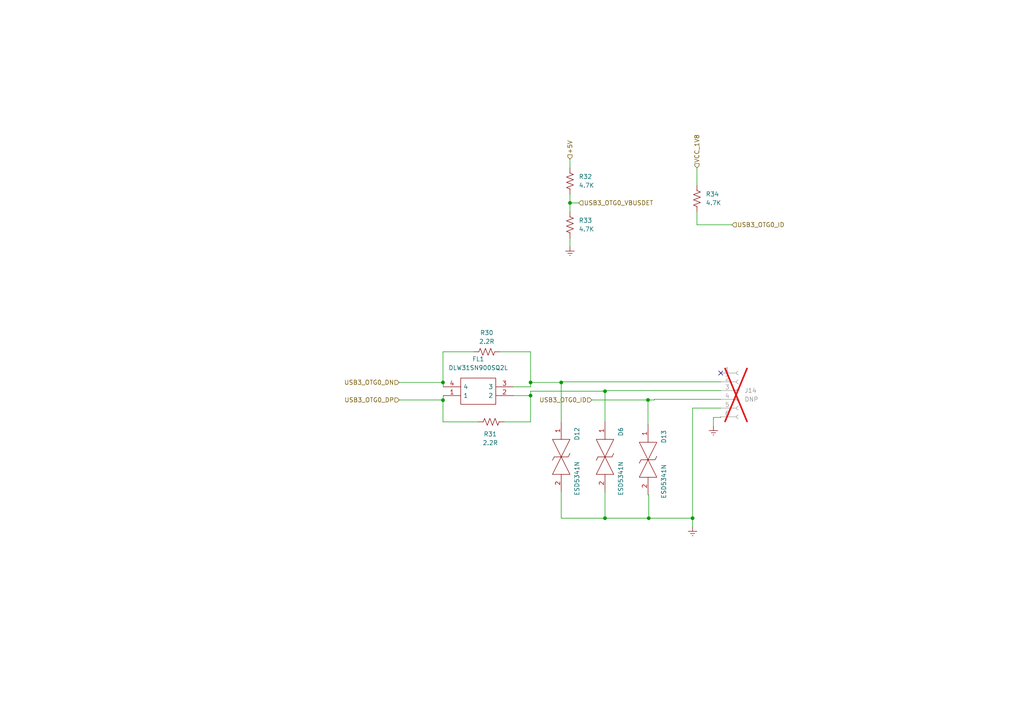
<source format=kicad_sch>
(kicad_sch (version 20230819) (generator eeschema)
  (paper "A4")
  (lib_symbols
    (symbol "Connector:Conn_01x06_Socket" (pin_names (offset 1.016) hide)
      (property "Reference" "J" (at 0 7.62 0))
      (property "Value" "Conn_01x06_Socket" (at 0 -10.16 0))
      (symbol "Conn_01x06_Socket_1_1"
        (arc (start 0 -7.112) (mid -0.5058 -7.62) (end 0 -8.128) (stroke (width 0.1524)))
        (arc (start 0 -4.572) (mid -0.5058 -5.08) (end 0 -5.588) (stroke (width 0.1524)))
        (arc (start 0 -2.032) (mid -0.5058 -2.54) (end 0 -3.048) (stroke (width 0.1524)))
        (polyline (pts (xy -1.27 -7.62) (xy -0.508 -7.62)) (stroke (width 0.1524)))
        (polyline (pts (xy -1.27 -5.08) (xy -0.508 -5.08)) (stroke (width 0.1524)))
        (polyline (pts (xy -1.27 -2.54) (xy -0.508 -2.54)) (stroke (width 0.1524)))
        (polyline (pts (xy -1.27 0) (xy -0.508 0)) (stroke (width 0.1524)))
        (polyline (pts (xy -1.27 2.54) (xy -0.508 2.54)) (stroke (width 0.1524)))
        (polyline (pts (xy -1.27 5.08) (xy -0.508 5.08)) (stroke (width 0.1524)))
        (arc (start 0 0.508) (mid -0.5058 0) (end 0 -0.508) (stroke (width 0.1524)))
        (arc (start 0 3.048) (mid -0.5058 2.54) (end 0 2.032) (stroke (width 0.1524)))
        (arc (start 0 5.588) (mid -0.5058 5.08) (end 0 4.572) (stroke (width 0.1524)))
        (pin passive line (at -5.08 5.08 0) (length 3.81) (name "Pin_1") (number "1"))
        (pin passive line (at -5.08 2.54 0) (length 3.81) (name "Pin_2") (number "2"))
        (pin passive line (at -5.08 0 0) (length 3.81) (name "Pin_3") (number "3"))
        (pin passive line (at -5.08 -2.54 0) (length 3.81) (name "Pin_4") (number "4"))
        (pin passive line (at -5.08 -5.08 0) (length 3.81) (name "Pin_5") (number "5"))
        (pin passive line (at -5.08 -7.62 0) (length 3.81) (name "Pin_6") (number "6"))
      )
    )
    (symbol "DLW31SN900SQ2L:DLW31SN900SQ2L" (pin_names (offset 0.762))
      (property "Reference" "FL" (at 16.51 7.62 0))
      (property "Value" "DLW31SN900SQ2L" (at 16.51 5.08 0))
      (symbol "DLW31SN900SQ2L_0_0"
        (pin passive line (at 0 -2.54 0) (length 5.08) (name "1") (number "1"))
        (pin passive line (at 20.32 -2.54 180) (length 5.08) (name "2") (number "2"))
        (pin passive line (at 20.32 0 180) (length 5.08) (name "3") (number "3"))
        (pin passive line (at 0 0 0) (length 5.08) (name "4") (number "4"))
      )
      (symbol "DLW31SN900SQ2L_0_1"
        (polyline (pts (xy 5.08 2.54) (xy 15.24 2.54) (xy 15.24 -5.08) (xy 5.08 -5.08) (xy 5.08 2.54)) (stroke (width 0.1524)))
      )
    )
    (symbol "Device:R_US" (pin_numbers hide) (pin_names (offset 0))
      (property "Reference" "R" (at 2.54 0 90))
      (property "Value" "R_US" (at -2.54 0 90))
      (symbol "R_US_0_1"
        (polyline (pts (xy 0 -2.286) (xy 0 -2.54)))
        (polyline (pts (xy 0 2.286) (xy 0 2.54)))
        (polyline (pts (xy 0 -0.762) (xy 1.016 -1.143) (xy 0 -1.524) (xy -1.016 -1.905) (xy 0 -2.286)))
        (polyline (pts (xy 0 0.762) (xy 1.016 0.381) (xy 0 0) (xy -1.016 -0.381) (xy 0 -0.762)))
        (polyline (pts (xy 0 2.286) (xy 1.016 1.905) (xy 0 1.524) (xy -1.016 1.143) (xy 0 0.762)))
      )
      (symbol "R_US_1_1"
        (pin passive line (at 0 3.81 270) (length 1.27) (name "~") (number "1"))
        (pin passive line (at 0 -3.81 90) (length 1.27) (name "~") (number "2"))
      )
    )
    (symbol "SP0402B-ULC-01ETG:SP0402B-ULC-01ETG" (pin_names (offset 0.762))
      (property "Reference" "D" (at 12.7 8.89 0))
      (property "Value" "SP0402B-ULC-01ETG" (at 12.7 6.35 0))
      (symbol "SP0402B-ULC-01ETG_0_0"
        (pin passive line (at 0 0 0) (length 5.08) (name "~") (number "1"))
        (pin passive line (at 20.32 0 180) (length 5.08) (name "~") (number "2"))
      )
      (symbol "SP0402B-ULC-01ETG_0_1"
        (polyline (pts (xy 9.144 2.54) (xy 10.16 2.032)) (stroke (width 0.1524)))
        (polyline (pts (xy 10.16 -2.032) (xy 10.16 2.032)) (stroke (width 0.1524)))
        (polyline (pts (xy 10.16 -2.032) (xy 11.176 -2.54)) (stroke (width 0.1524)))
        (polyline (pts (xy 10.16 0) (xy 5.08 -2.54) (xy 5.08 2.54) (xy 10.16 0)) (stroke (width 0.1524)))
        (polyline (pts (xy 10.16 0) (xy 15.24 -2.54) (xy 15.24 2.54) (xy 10.16 0)) (stroke (width 0.1524)))
      )
    )
    (symbol "power:Earth" (power) (pin_names (offset 0))
      (symbol "Earth_0_1"
        (polyline (pts (xy -0.635 -1.905) (xy 0.635 -1.905)))
        (polyline (pts (xy -0.127 -2.54) (xy 0.127 -2.54)))
        (polyline (pts (xy 0 -1.27) (xy 0 0)))
        (polyline (pts (xy 1.27 -1.27) (xy -1.27 -1.27)))
      )
      (symbol "Earth_1_1"
        (pin power_in line (at 0 0 270) (length 0) hide (name "Earth") (number "1"))
      )
    )
  )
  (junction (at 165.3132 58.8557))
  (junction (at 162.7732 110.9257))
  (junction (at 188.1675 150.2957))
  (junction (at 128.4832 110.9257))
  (junction (at 153.8832 114.7367))
  (junction (at 175.4732 150.2957))
  (junction (at 128.4832 116.0685))
  (junction (at 200.8732 150.2957))
  (junction (at 187.9431 116.0057))
  (junction (at 153.8832 110.9257))
  (junction (at 175.4732 113.4657))
  (no_connect (at 209.042 108.204))
  (wire (pts (xy 189.7619 115.824) (xy 209.042 115.824)))
  (wire (pts (xy 202.1432 65.2057) (xy 212.3032 65.2057)))
  (wire (pts (xy 175.4732 150.2957) (xy 188.1675 150.2957)))
  (wire (pts (xy 153.8832 122.3557) (xy 146.2632 122.3557)))
  (wire (pts (xy 128.5532 112.1967) (xy 128.5532 110.9257)))
  (wire (pts (xy 128.5532 110.9257) (xy 128.4832 110.9257)))
  (wire (pts (xy 187.9431 123.19) (xy 187.96 123.19)))
  (wire (pts (xy 128.5532 116.0685) (xy 128.4832 116.0685)))
  (wire (pts (xy 165.3132 56.3157) (xy 165.3132 58.8557)))
  (wire (pts (xy 128.5532 114.7367) (xy 128.5532 116.0685)))
  (wire (pts (xy 202.1432 48.6957) (xy 202.1432 53.7757)))
  (wire (pts (xy 162.7732 150.2957) (xy 175.4732 150.2957)))
  (wire (pts (xy 115.7832 116.0057) (xy 128.4832 116.0057)))
  (wire (pts (xy 188.1675 150.2957) (xy 188.1675 143.51)))
  (wire (pts (xy 162.7732 110.744) (xy 162.7732 110.9257)))
  (wire (pts (xy 162.7732 150.2957) (xy 162.7732 142.6757)))
  (wire (pts (xy 206.9135 121.0783) (xy 206.9135 123.6183)))
  (wire (pts (xy 162.7732 110.744) (xy 209.042 110.744)))
  (wire (pts (xy 175.4732 113.4657) (xy 175.4732 122.3557)))
  (wire (pts (xy 175.4732 113.4657) (xy 153.8832 113.4657)))
  (wire (pts (xy 153.8832 114.7367) (xy 153.8832 122.3557)))
  (wire (pts (xy 138.6432 122.3557) (xy 128.4832 122.3557)))
  (wire (pts (xy 128.4832 122.3557) (xy 128.4832 116.0685)))
  (wire (pts (xy 202.1432 61.3957) (xy 202.1432 65.2057)))
  (wire (pts (xy 137.3732 102.0357) (xy 128.4832 102.0357)))
  (wire (pts (xy 209.042 113.284) (xy 175.4732 113.284)))
  (wire (pts (xy 128.4832 102.0357) (xy 128.4832 110.9257)))
  (wire (pts (xy 162.7732 110.9257) (xy 162.7732 122.3557)))
  (wire (pts (xy 165.3132 69.0157) (xy 165.3132 71.5557)))
  (wire (pts (xy 128.4832 116.0685) (xy 128.4832 116.0057)))
  (wire (pts (xy 188.1675 143.51) (xy 187.96 143.51)))
  (wire (pts (xy 148.8732 112.1967) (xy 153.8832 112.1967)))
  (wire (pts (xy 209.042 121.0783) (xy 209.042 120.904)))
  (wire (pts (xy 200.8732 150.2957) (xy 200.8732 152.8357)))
  (wire (pts (xy 187.9431 116.0057) (xy 187.9431 123.19)))
  (wire (pts (xy 189.7619 116.0057) (xy 187.9431 116.0057)))
  (wire (pts (xy 175.4732 113.284) (xy 175.4732 113.4657)))
  (wire (pts (xy 144.9932 102.0357) (xy 153.8832 102.0357)))
  (wire (pts (xy 188.1675 150.2957) (xy 200.8732 150.2957)))
  (wire (pts (xy 165.3132 58.8557) (xy 165.3132 61.3957)))
  (wire (pts (xy 200.8732 118.364) (xy 200.8732 150.2957)))
  (wire (pts (xy 175.4732 150.2957) (xy 175.4732 142.6757)))
  (wire (pts (xy 167.8532 58.8557) (xy 165.3132 58.8557)))
  (wire (pts (xy 171.6632 116.0057) (xy 187.9431 116.0057)))
  (wire (pts (xy 148.8732 114.7367) (xy 153.8832 114.7367)))
  (wire (pts (xy 206.9135 121.0783) (xy 209.042 121.0783)))
  (wire (pts (xy 153.8832 112.1967) (xy 153.8832 110.9257)))
  (wire (pts (xy 153.8832 102.0357) (xy 153.8832 110.9257)))
  (wire (pts (xy 153.8832 113.4657) (xy 153.8832 114.7367)))
  (wire (pts (xy 153.8832 110.9257) (xy 162.7732 110.9257)))
  (wire (pts (xy 189.7619 115.824) (xy 189.7619 116.0057)))
  (wire (pts (xy 209.042 118.364) (xy 200.8732 118.364)))
  (wire (pts (xy 115.7832 110.9257) (xy 128.4832 110.9257)))
  (wire (pts (xy 165.3132 46.1557) (xy 165.3132 48.6957)))
  (hierarchical_label "VCC_1V8" (shape input) (at 202.1432 48.6957 90))
  (hierarchical_label "USB3_OTG0_ID" (shape input) (at 212.3032 65.2057 0))
  (hierarchical_label "+5V" (shape input) (at 165.3132 46.1557 90))
  (hierarchical_label "USB3_OTG0_ID" (shape input) (at 171.6632 116.0057 180))
  (hierarchical_label "USB3_OTG0_DP" (shape input) (at 115.7832 116.0057 180))
  (hierarchical_label "USB3_OTG0_VBUSDET" (shape input) (at 167.8532 58.8557 0))
  (hierarchical_label "USB3_OTG0_DN" (shape input) (at 115.7832 110.9257 180))
  (symbol (lib_id "SP0402B-ULC-01ETG:SP0402B-ULC-01ETG") (at 175.4732 122.3557 270) (unit 1)
    (property "Reference" "D6" (at 180.0452 123.8797 0) (effects (justify left)))
    (property "Value" "ESD5341N" (at 180.0452 133.7857 0) (effects (justify left)))
    (property "Footprint" "ESD5341N:ESD5341N" (effects hide))
    (property "Datasheet" "https://www.mouser.com/datasheet/2/240/Littelfuse_TVS_Diode_Array_Ultra_Low_Capacitance_D-1021420.pdf" (effects hide))
    (property "Description" "ESD Suppressors / TVS Diodes 5V .13pF 20kV" (effects hide))
    (property "Manufacturer_Name" "LITTELFUSE" (effects hide))
    (property "Manufacturer_Part_Number" "SP0402B-ULC-01ETG" (effects hide))
    (property "Mouser Part Number" "576-SP0402BULC-01ETG" (effects hide))
    (property "Mouser Price/Stock" "https://www.mouser.co.uk/ProductDetail/Littelfuse/SP0402B-ULC-01ETG?qs=lM4gFlnEeENx4cnTNlk34g%3D%3D" (effects hide))
    (property "Arrow Part Number" "SP0402B-ULC-01ETG" (effects hide))
    (property "Arrow Price/Stock" "https://www.arrow.com/en/products/sp0402b-ulc-01etg/littelfuse?region=nac" (effects hide))
    (property "MPN" "ESD5341N" (effects hide))
  )
  (symbol (lib_id "power:Earth") (at 200.8732 152.8357 0) (unit 1)
    (property "Reference" "#PWR073" (effects hide))
    (property "Value" "Earth" (effects hide))
    (property "Description" "Power symbol creates a global label with name \"Earth\"" (effects hide))
  )
  (symbol (lib_id "Connector:Conn_01x06_Socket") (at 214.122 113.284 0) (unit 1) (dnp yes)
    (property "Reference" "J14" (at 215.9 113.2839 0) (effects (justify left)))
    (property "Value" "DNP" (at 215.9 115.8239 0) (effects (justify left)))
    (property "Footprint" "Connector_PinSocket_2.00mm:PinSocket_1x06_P2.00mm_Vertical" (effects hide))
    (property "Description" "Generic connector, single row, 01x06, script generated" (effects hide))
  )
  (symbol (lib_id "SP0402B-ULC-01ETG:SP0402B-ULC-01ETG") (at 187.96 123.19 270) (unit 1)
    (property "Reference" "D13" (at 192.532 124.714 0) (effects (justify left)))
    (property "Value" "ESD5341N" (at 192.532 134.62 0) (effects (justify left)))
    (property "Footprint" "ESD5341N:ESD5341N" (effects hide))
    (property "Datasheet" "https://www.mouser.com/datasheet/2/240/Littelfuse_TVS_Diode_Array_Ultra_Low_Capacitance_D-1021420.pdf" (effects hide))
    (property "Description" "ESD Suppressors / TVS Diodes 5V .13pF 20kV" (effects hide))
    (property "Manufacturer_Name" "LITTELFUSE" (effects hide))
    (property "Manufacturer_Part_Number" "SP0402B-ULC-01ETG" (effects hide))
    (property "Mouser Part Number" "576-SP0402BULC-01ETG" (effects hide))
    (property "Mouser Price/Stock" "https://www.mouser.co.uk/ProductDetail/Littelfuse/SP0402B-ULC-01ETG?qs=lM4gFlnEeENx4cnTNlk34g%3D%3D" (effects hide))
    (property "Arrow Part Number" "SP0402B-ULC-01ETG" (effects hide))
    (property "Arrow Price/Stock" "https://www.arrow.com/en/products/sp0402b-ulc-01etg/littelfuse?region=nac" (effects hide))
    (property "MPN" "ESD5341N" (effects hide))
  )
  (symbol (lib_id "Device:R_US") (at 142.4532 122.3557 90) (unit 1)
    (property "Reference" "R31" (at 142.1992 125.9117 90))
    (property "Value" "2.2R" (at 142.1992 128.4517 90))
    (property "Footprint" "Resistor_SMD:R_0402_1005Metric" (effects hide))
    (property "Description" "Resistor, US symbol" (effects hide))
  )
  (symbol (lib_id "Device:R_US") (at 202.1432 57.5857 0) (unit 1)
    (property "Reference" "R34" (at 204.6832 56.3156 0) (effects (justify left)))
    (property "Value" "4.7K" (at 204.6832 58.8556 0) (effects (justify left)))
    (property "Footprint" "Resistor_SMD:R_0603_1608Metric" (effects hide))
    (property "Description" "Resistor, US symbol" (effects hide))
  )
  (symbol (lib_id "Device:R_US") (at 165.3132 65.2057 0) (unit 1)
    (property "Reference" "R33" (at 167.8532 63.9356 0) (effects (justify left)))
    (property "Value" "4.7K" (at 167.8532 66.4756 0) (effects (justify left)))
    (property "Footprint" "Resistor_SMD:R_0603_1608Metric" (effects hide))
    (property "Description" "Resistor, US symbol" (effects hide))
  )
  (symbol (lib_id "DLW31SN900SQ2L:DLW31SN900SQ2L") (at 128.5532 112.1967 0) (unit 1)
    (property "Reference" "FL1" (at 138.7132 104.14 0))
    (property "Value" "DLW31SN900SQ2L" (at 138.7132 106.68 0))
    (property "Footprint" "DLW31SN900SQ2L:DLW31SH222SQ2L" (effects hide))
    (property "Datasheet" "https://www.murata.com/en-us/products/productdetail?partno=DLW31SN900SQ2%23" (effects hide))
    (property "Description" "Common mode choke SMD 1206 370mA 90R Murata DLW31S Series Wire-wound SMD Inductor +/-25% Wire-Wound 370mA Idc" (effects hide))
    (property "Height" "2.1" (effects hide))
    (property "Manufacturer_Name" "Murata Electronics" (effects hide))
    (property "Manufacturer_Part_Number" "DLW31SN900SQ2L" (effects hide))
    (property "Mouser Part Number" "81-DLW31SN900SQ2L" (effects hide))
    (property "Mouser Price/Stock" "https://www.mouser.co.uk/ProductDetail/Murata-Electronics/DLW31SN900SQ2L?qs=MvDi5e8ZjmVQKH%2F%2FPPGwmg%3D%3D" (effects hide))
    (property "Arrow Part Number" "DLW31SN900SQ2L" (effects hide))
    (property "Arrow Price/Stock" "https://www.arrow.com/en/products/dlw31sn900sq2l/murata-manufacturing?region=nac" (effects hide))
    (property "MPN" "DLW31SN900SQ2L" (effects hide))
  )
  (symbol (lib_id "power:Earth") (at 206.9135 123.6183 0) (unit 1)
    (property "Reference" "#PWR075" (effects hide))
    (property "Value" "Earth" (effects hide))
    (property "Description" "Power symbol creates a global label with name \"Earth\"" (effects hide))
  )
  (symbol (lib_id "SP0402B-ULC-01ETG:SP0402B-ULC-01ETG") (at 162.7732 122.3557 270) (unit 1)
    (property "Reference" "D12" (at 167.3452 123.8797 0) (effects (justify left)))
    (property "Value" "ESD5341N" (at 167.3452 133.7857 0) (effects (justify left)))
    (property "Footprint" "ESD5341N:ESD5341N" (effects hide))
    (property "Datasheet" "https://www.mouser.com/datasheet/2/240/Littelfuse_TVS_Diode_Array_Ultra_Low_Capacitance_D-1021420.pdf" (effects hide))
    (property "Description" "ESD Suppressors / TVS Diodes 5V .13pF 20kV" (effects hide))
    (property "Manufacturer_Name" "LITTELFUSE" (effects hide))
    (property "Manufacturer_Part_Number" "SP0402B-ULC-01ETG" (effects hide))
    (property "Mouser Part Number" "576-SP0402BULC-01ETG" (effects hide))
    (property "Mouser Price/Stock" "https://www.mouser.co.uk/ProductDetail/Littelfuse/SP0402B-ULC-01ETG?qs=lM4gFlnEeENx4cnTNlk34g%3D%3D" (effects hide))
    (property "Arrow Part Number" "SP0402B-ULC-01ETG" (effects hide))
    (property "Arrow Price/Stock" "https://www.arrow.com/en/products/sp0402b-ulc-01etg/littelfuse?region=nac" (effects hide))
    (property "MPN" "ESD5341N" (effects hide))
  )
  (symbol (lib_id "power:Earth") (at 165.3132 71.5557 0) (unit 1)
    (property "Reference" "#PWR072" (effects hide))
    (property "Value" "Earth" (effects hide))
    (property "Description" "Power symbol creates a global label with name \"Earth\"" (effects hide))
  )
  (symbol (lib_id "Device:R_US") (at 165.3132 52.5057 0) (unit 1)
    (property "Reference" "R32" (at 167.8532 51.2356 0) (effects (justify left)))
    (property "Value" "4.7K" (at 167.8532 53.7756 0) (effects (justify left)))
    (property "Footprint" "Resistor_SMD:R_0603_1608Metric" (effects hide))
    (property "Description" "Resistor, US symbol" (effects hide))
  )
  (symbol (lib_id "Device:R_US") (at 141.1832 102.0357 90) (unit 1)
    (property "Reference" "R30" (at 141.1832 96.52 90))
    (property "Value" "2.2R" (at 141.1832 99.06 90))
    (property "Footprint" "Resistor_SMD:R_0402_1005Metric" (effects hide))
    (property "Description" "Resistor, US symbol" (effects hide))
  )
)
</source>
